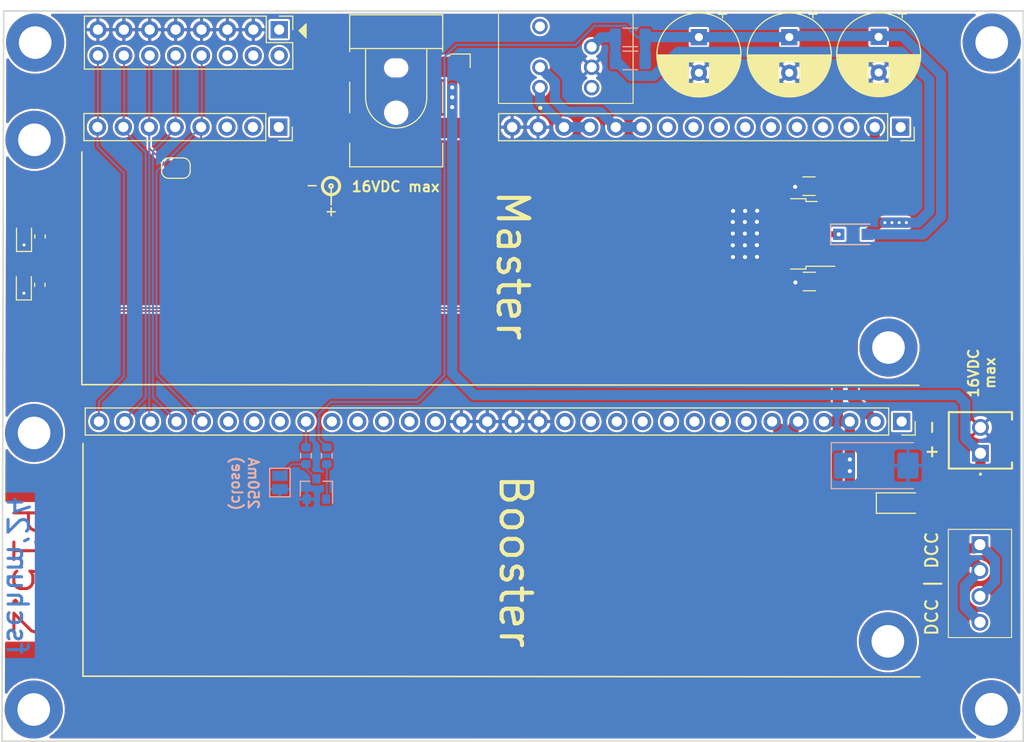
<source format=kicad_pcb>
(kicad_pcb (version 20171130) (host pcbnew "(5.1.12)-1")
  (title_block (title "RTB P15 Module") (date 2024-08-13) (rev 2) (company "Frank Schumacher") (comment 1 "Base Board") (comment 4 "Licensed under the Apache License, Version 2"))
  (layers (0 F.Cu signal) (31 B.Cu signal) (34 B.Paste user hide) (35 F.Paste user hide) (36 B.SilkS user) (37 F.SilkS user) (38 B.Mask user) (39 F.Mask user hide) (44 Edge.Cuts user))
  (net 0 "")
  (net 1 GND)
  (net 2 DCC-1b')
  (net 3 DCC-1a')
  (net 4 Vsrc)
  (net 5 Vbst.0)
  (net 6 BUS.up)
  (net 7 ~BUS.bsi)
  (net 8 BUS.dn)
  (net 9 ~BUS.rts)
  (net 10 ~BUS.bso)
  (net 11 Vrail)
  (net 12 "Net-(D14-Pad2)")
  (net 13 "Net-(D25-Pad2)")
  (net 14 "Net-(C2-Pad1)")
  (net 15 "Net-(J7-Pad13)")
  (net 16 "Net-(J7-Pad11)")
  (net 17 "Net-(D2-Pad2)")
  (net 18 iSET)
  (net 19 "Net-(Q1-Pad1)")
  (net 20 "Net-(JP2-Pad1)")
  (module Jumper:SolderJumper-2_P1.3mm_Open_Pad1.0x1.5mm (layer B.Cu) (at 77.2922 -24.0538 270)
    (fp_text reference JP2 hide)
    (fp_text value "250mA fix")
    (pad 1 smd rect (at -0.65 0 270) (size 1 1.5) (layers B.Cu B.Mask) (net 20 "Net-(JP2-Pad1)"))
    (pad 2 smd rect (at 0.65 0 270) (size 1 1.5) (layers B.Cu B.Mask) (net 1 GND))
  )
  (module Resistor_SMD:R_0603_1608Metric (layer B.Cu) (at 79.8449 -26.6827 270)
    (fp_text reference R4 hide)
    (fp_text value 2.7k)
    (pad 2 smd roundrect (at 0.825 0 270) (size 0.8 0.95) (layers B.Cu B.Paste B.Mask) (net 20 "Net-(JP2-Pad1)"))
    (pad 1 smd roundrect (at -0.825 0 270) (size 0.8 0.95) (layers B.Cu B.Paste B.Mask) (net 18 iSET))
  )
  (module Resistor_SMD:R_0603_1608Metric (layer B.Cu) (at 81.8896 -26.6827 90)
    (fp_text reference R3 hide)
    (fp_text value 6.8k)
    (pad 2 smd roundrect (at 0.825 0 90) (size 0.8 0.95) (layers B.Cu B.Paste B.Mask) (net 14 "Net-(C2-Pad1)"))
    (pad 1 smd roundrect (at -0.825 0 90) (size 0.8 0.95) (layers B.Cu B.Paste B.Mask) (net 19 "Net-(Q1-Pad1)"))
  )
  (module Package_TO_SOT_SMD:SOT-23 (layer B.Cu) (at 80.8736 -23.4188 90)
    (fp_text reference Q1 hide)
    (fp_text value BC847)
    (pad 3 smd rect (at 1 0 90) (size 0.9 0.8) (layers B.Cu B.Paste B.Mask) (net 20 "Net-(JP2-Pad1)"))
    (pad 2 smd rect (at -1 -0.95 90) (size 0.9 0.8) (layers B.Cu B.Paste B.Mask) (net 1 GND))
    (pad 1 smd rect (at -1 0.95 90) (size 0.9 0.8) (layers B.Cu B.Paste B.Mask) (net 19 "Net-(Q1-Pad1)"))
  )
  (module Resistor_SMD:R_1206_3216Metric (layer B.Cu) (at 111.6584 -65.4812 180)
    (fp_text reference R2 hide)
    (fp_text value 68)
    (pad 2 smd roundrect (at 1.4625 0 180) (size 1.125 1.75) (layers B.Cu B.Paste B.Mask) (roundrect_rratio 0.2222213333333333) (net 17 "Net-(D2-Pad2)"))
    (pad 1 smd roundrect (at -1.4625 0 180) (size 1.125 1.75) (layers B.Cu B.Paste B.Mask) (roundrect_rratio 0.2222213333333333) (net 14 "Net-(C2-Pad1)"))
  )
  (module Capacitor_THT:CP_Radial_D8.0mm_P3.50mm (layer F.Cu) (at 127.254 -67.7672 270)
    (fp_text reference C3 hide)
    (fp_text value "3x 680u/20V")
    (pad 2 thru_hole circle (at 3.5 0 270) (size 1.6 1.6) (drill 0.8) (layers *.Cu *.Mask) (net 1 GND))
    (pad 1 thru_hole rect (at 0 0 270) (size 1.6 1.6) (drill 0.8) (layers *.Cu *.Mask) (net 14 "Net-(C2-Pad1)"))
  )
  (module _Samac:1725656 (layer F.Cu) (at 145.9992 -26.924 90)
    (fp_text reference J1 hide)
    (fp_text value Screw_Terminal_01x02 hide)
    (pad 2 thru_hole circle (at 2.54 0 90) (size 1.65 1.65) (drill 1.1) (layers *.Cu *.Mask) (net 1 GND))
    (pad 1 thru_hole rect (at 0 0 90) (size 1.65 1.65) (drill 1.1) (layers *.Cu *.Mask) (net 4 Vsrc))
  )
  (module Capacitor_Tantalum_SMD:CP_EIA-7343-43_Kemet-X (layer B.Cu) (at 135.78078 -25.70988)
    (fp_text reference C15 hide)
    (fp_text value 47u/35V)
    (pad 2 smd roundrect (at 3.1125 0) (size 2.075 2.55) (layers B.Cu B.Paste B.Mask) (roundrect_rratio 0.12) (net 1 GND))
    (pad 1 smd roundrect (at -3.1125 0) (size 2.075 2.55) (layers B.Cu B.Paste B.Mask) (roundrect_rratio 0.1204819277108434) (net 5 Vbst.0))
  )
  (module Capacitor_THT:CP_Radial_D8.0mm_P3.50mm (layer F.Cu) (at 118.3894 -67.7672 270)
    (fp_text reference C2 hide)
    (fp_text value 680u/20V)
    (pad 2 thru_hole circle (at 3.5 0 270) (size 1.6 1.6) (drill 0.8) (layers *.Cu *.Mask) (net 1 GND))
    (pad 1 thru_hole rect (at 0 0 270) (size 1.6 1.6) (drill 0.8) (layers *.Cu *.Mask) (net 14 "Net-(C2-Pad1)"))
  )
  (module Capacitor_THT:CP_Radial_D8.0mm_P3.50mm (layer F.Cu) (at 136.017 -67.7926 270)
    (fp_text reference C4 hide)
    (fp_text value 680u/20V)
    (pad 2 thru_hole circle (at 3.5 0 270) (size 1.6 1.6) (drill 0.8) (layers *.Cu *.Mask) (net 1 GND))
    (pad 1 thru_hole rect (at 0 0 270) (size 1.6 1.6) (drill 0.8) (layers *.Cu *.Mask) (net 14 "Net-(C2-Pad1)"))
  )
  (module Connector_BarrelJack:BarrelJack_CLIFF_FC681465S_SMT_Horizontal (layer F.Cu) (at 88.6968 -61.849 270)
    (fp_text reference J2 hide)
    (fp_text value Barrel_Jack)
    (pad 3 smd rect (at -3 5.5) (size 3 2) (layers F.Cu F.Paste F.Mask))
    (pad 2 smd rect (at 3 5.5) (size 3 2) (layers F.Cu F.Paste F.Mask) (net 1 GND))
    (pad 1 smd rect (at 3 -5.5) (size 3 2) (layers F.Cu F.Paste F.Mask) (net 4 Vsrc))
    (pad 1 smd rect (at -3 -5.5) (size 3 2) (layers F.Cu F.Paste F.Mask) (net 4 Vsrc))
    (pad "" np_thru_hole circle (at 1.5 0) (size 2 2) (drill 2) (layers *.Cu *.Mask))
    (pad "" np_thru_hole oval (at -2.9 0) (size 2 1.5) (drill oval 2 1.5) (layers *.Cu *.Mask))
  )
  (module Resistor_SMD:R_1206_3216Metric (layer B.Cu) (at 111.6584 -67.7418 180)
    (fp_text reference R1 hide)
    (fp_text value 68)
    (pad 2 smd roundrect (at 1.4625 0 180) (size 1.125 1.75) (layers B.Cu B.Paste B.Mask) (roundrect_rratio 0.2222213333333333) (net 17 "Net-(D2-Pad2)"))
    (pad 1 smd roundrect (at -1.4625 0 180) (size 1.125 1.75) (layers B.Cu B.Paste B.Mask) (roundrect_rratio 0.2222213333333333) (net 14 "Net-(C2-Pad1)"))
  )
  (module Diode_SMD:D_SOD-123F (layer B.Cu) (at 133.5024 -48.4124)
    (fp_text reference D3 hide)
    (fp_text value SS34F)
    (pad 2 smd rect (at 1.4 0) (size 1.1 1.1) (layers B.Cu B.Paste B.Mask) (net 14 "Net-(C2-Pad1)"))
    (pad 1 smd rect (at -1.4 0) (size 1.1 1.1) (layers B.Cu B.Paste B.Mask) (net 5 Vbst.0))
  )
  (module Diode_SMD:D_SOD-123F (layer F.Cu) (at 133.5024 -48.4124)
    (fp_text reference D2)
    (fp_text value SS34F)
    (pad 2 smd rect (at 1.4 0) (size 1.1 1.1) (layers F.Cu F.Paste F.Mask) (net 17 "Net-(D2-Pad2)"))
    (pad 1 smd rect (at -1.4 0) (size 1.1 1.1) (layers F.Cu F.Paste F.Mask) (net 5 Vbst.0))
  )
  (module _Samac:TDN52412WI (layer F.Cu) (at 105.3338 -65.8114)
    (fp_text reference PS1 hide)
    (fp_text value TDN_5-0912WI hide)
    (pad 7 thru_hole circle (at 2.535 -1) (size 1.524 1.524) (drill 0.98) (layers *.Cu *.Mask) (net 17 "Net-(D2-Pad2)"))
    (pad 6 thru_hole circle (at 2.535 1) (size 1.524 1.524) (drill 0.98) (layers *.Cu *.Mask) (net 1 GND))
    (pad 5 thru_hole circle (at 2.535 3) (size 1.524 1.524) (drill 0.98) (layers *.Cu *.Mask))
    (pad 4 thru_hole circle (at -2.535 -3) (size 1.524 1.524) (drill 0.98) (layers *.Cu *.Mask))
    (pad 2 thru_hole circle (at -2.535 1) (size 1.524 1.524) (drill 0.98) (layers *.Cu *.Mask) (net 16 "Net-(J7-Pad11)"))
    (pad 1 thru_hole circle (at -2.535 3) (size 1.524 1.524) (drill 0.98) (layers *.Cu *.Mask) (net 15 "Net-(J7-Pad13)"))
  )
  (module Jumper:SolderJumper-2_P1.3mm_Bridged_RoundedPad1.0x1.5mm (layer F.Cu) (at 67.08902 -54.91226)
    (fp_text reference JP1 hide)
    (fp_text value Jumper_2_Bridged)
    (fp_poly (pts (xy 0.25 -0.3) (xy -0.25 -0.3) (xy -0.25 0.3) (xy 0.25 0.3)) (layer F.Cu) (width 0))
    (pad 1 smd custom (at -0.65 0) (size 1 0.5) (layers F.Cu F.Mask) (net 10 ~BUS.bso) (options (clearance outline) (anchor rect)) (primitives (gr_circle (center 0 0.25) (end 0.5 0.25) (width 0)) (gr_circle (center 0 -0.25) (end 0.5 -0.25) (width 0)) (gr_poly (pts (xy 0 -0.75) (xy 0.5 -0.75) (xy 0.5 0.75) (xy 0 0.75)) (width 0))))
    (pad 2 smd custom (at 0.65 0) (size 1 0.5) (layers F.Cu F.Mask) (net 7 ~BUS.bsi) (options (clearance outline) (anchor rect)) (primitives (gr_circle (center 0 0.25) (end 0.5 0.25) (width 0)) (gr_circle (center 0 -0.25) (end 0.5 -0.25) (width 0)) (gr_poly (pts (xy 0 -0.75) (xy -0.5 -0.75) (xy -0.5 0.75) (xy 0 0.75)) (width 0))))
  )
  (module MountingHole:MountingHole_3.2mm_M3_ISO7380_Pad (layer F.Cu) (at 147.066 -1.8034)
    (fp_text reference H3 hide)
    (fp_text value MountingHole)
    (pad 1 thru_hole circle (at 0 0) (size 5.7 5.7) (drill 3.2) (layers *.Cu *.Mask))
  )
  (module Diode_SMD:D_SOD-123F (layer F.Cu) (at 137.99058 -22.03704)
    (fp_text reference D1 hide)
    (fp_text value SS34F)
    (pad 1 smd rect (at -1.4 0) (size 1.1 1.1) (layers F.Cu F.Paste F.Mask) (net 5 Vbst.0))
    (pad 2 smd rect (at 1.4 0) (size 1.1 1.1) (layers F.Cu F.Paste F.Mask) (net 4 Vsrc))
  )
  (module Capacitor_SMD:C_1206_3216Metric (layer F.Cu) (at 129.17932 -53.13934 180)
    (fp_text reference C26 hide)
    (fp_text value 22u/16V)
    (pad 2 smd roundrect (at 1.4 0 180) (size 1.25 1.75) (layers F.Cu F.Mask) (roundrect_rratio 0.2) (net 1 GND))
    (pad 1 smd roundrect (at -1.4 0 180) (size 1.25 1.75) (layers F.Cu F.Paste F.Mask) (roundrect_rratio 0.2) (net 11 Vrail))
  )
  (module _Samac:1725672 (layer F.Cu) (at 145.95094 -17.9578 270)
    (fp_text reference J6 hide)
    (fp_text value Screw_Terminal_01x04 hide)
    (pad 4 thru_hole circle (at 7.62 0 270) (size 1.65 1.65) (drill 1.1) (layers *.Cu *.Mask) (net 2 DCC-1b'))
    (pad 3 thru_hole circle (at 5.08 0 270) (size 1.65 1.65) (drill 1.1) (layers *.Cu *.Mask) (net 3 DCC-1a'))
    (pad 2 thru_hole circle (at 2.54 0 270) (size 1.65 1.65) (drill 1.1) (layers *.Cu *.Mask) (net 2 DCC-1b'))
    (pad 1 thru_hole rect (at 0 0 270) (size 1.65 1.65) (drill 1.1) (layers *.Cu *.Mask) (net 3 DCC-1a'))
  )
  (module MountingHole:MountingHole_3.2mm_M3_ISO7380_Pad (layer F.Cu) (at 53.1495 -1.778)
    (fp_text reference H2 hide)
    (fp_text value MountingHole)
    (pad 1 thru_hole circle (at 0 0) (size 5.7 5.7) (drill 3.2) (layers *.Cu *.Mask))
  )
  (module Package_TO_SOT_SMD:TO-252-2 (layer F.Cu) (at 126.41268 -48.45812 180)
    (fp_text reference U5 hide)
    (fp_text value L78M12)
    (pad 2 smd rect (at 2.1 0 180) (size 6.4 5.8) (layers F.Cu F.Mask) (net 1 GND))
    (pad 3 smd rect (at -4.2 2.28 180) (size 2.2 1.2) (layers F.Cu F.Paste F.Mask) (net 11 Vrail))
    (pad 1 smd rect (at -4.2 -2.28 180) (size 2.2 1.2) (layers F.Cu F.Paste F.Mask) (net 5 Vbst.0))
  )
  (module Resistor_SMD:R_0603_1608Metric (layer F.Cu) (at 53.76418 -48.20158 270)
    (fp_text reference R90 hide)
    (fp_text value 10K)
    (pad 2 smd roundrect (at 0.7875 0 270) (size 0.875 0.95) (layers F.Cu F.Paste F.Mask) (net 11 Vrail))
    (pad 1 smd roundrect (at -0.7875 0 270) (size 0.875 0.95) (layers F.Cu F.Paste F.Mask) (net 13 "Net-(D25-Pad2)"))
  )
  (module LED_SMD:LED_0603_1608Metric (layer F.Cu) (at 52.197 -48.21946 90)
    (fp_text reference D25 hide)
    (fp_text value "LED(ylw)")
    (pad 2 smd roundrect (at 0.7875 0 90) (size 0.875 0.95) (layers F.Cu F.Paste F.Mask) (net 13 "Net-(D25-Pad2)"))
    (pad 1 smd roundrect (at -0.7875 0 90) (size 0.875 0.95) (layers F.Cu F.Paste F.Mask) (net 1 GND))
  )
  (module Resistor_SMD:R_0603_1608Metric (layer F.Cu) (at 53.7464 -43.45432 270)
    (fp_text reference R89 hide)
    (fp_text value 10K)
    (pad 2 smd roundrect (at 0.7875 0 270) (size 0.875 0.95) (layers F.Cu F.Paste F.Mask) (net 5 Vbst.0))
    (pad 1 smd roundrect (at -0.7875 0 270) (size 0.875 0.95) (layers F.Cu F.Paste F.Mask) (net 12 "Net-(D14-Pad2)"))
  )
  (module LED_SMD:LED_0603_1608Metric (layer F.Cu) (at 52.17668 -43.45686 90)
    (fp_text reference D14 hide)
    (fp_text value "LED(ylw)")
    (pad 2 smd roundrect (at 0.7875 0 90) (size 0.875 0.95) (layers F.Cu F.Paste F.Mask) (net 12 "Net-(D14-Pad2)"))
    (pad 1 smd roundrect (at -0.7875 0 90) (size 0.875 0.95) (layers F.Cu F.Paste F.Mask) (net 1 GND))
  )
  (module Connector_PinHeader_2.54mm:PinHeader_2x08_P2.54mm_Vertical (layer F.Cu) (at 77.225 -68.5 270)
    (fp_text reference J21 hide)
    (fp_text value Conn_01x16)
    (pad 16 thru_hole oval (at 2.54 17.78 270) (size 1.7 1.7) (drill 1) (layers *.Cu *.Mask) (net 8 BUS.dn))
    (pad 15 thru_hole oval (at 0 17.78 270) (size 1.7 1.7) (drill 1) (layers *.Cu *.Mask) (net 1 GND))
    (pad 14 thru_hole oval (at 2.54 15.24 270) (size 1.7 1.7) (drill 1) (layers *.Cu *.Mask) (net 6 BUS.up))
    (pad 13 thru_hole oval (at 0 15.24 270) (size 1.7 1.7) (drill 1) (layers *.Cu *.Mask) (net 1 GND))
    (pad 12 thru_hole oval (at 2.54 12.7 270) (size 1.7 1.7) (drill 1) (layers *.Cu *.Mask) (net 10 ~BUS.bso))
    (pad 11 thru_hole oval (at 0 12.7 270) (size 1.7 1.7) (drill 1) (layers *.Cu *.Mask) (net 1 GND))
    (pad 10 thru_hole oval (at 2.54 10.16 270) (size 1.7 1.7) (drill 1) (layers *.Cu *.Mask) (net 9 ~BUS.rts))
    (pad 9 thru_hole oval (at 0 10.16 270) (size 1.7 1.7) (drill 1) (layers *.Cu *.Mask) (net 1 GND))
    (pad 8 thru_hole oval (at 2.54 7.62 270) (size 1.7 1.7) (drill 1) (layers *.Cu *.Mask) (net 7 ~BUS.bsi))
    (pad 7 thru_hole oval (at 0 7.62 270) (size 1.7 1.7) (drill 1) (layers *.Cu *.Mask) (net 1 GND))
    (pad 6 thru_hole oval (at 2.54 5.08 270) (size 1.7 1.7) (drill 1) (layers *.Cu *.Mask))
    (pad 5 thru_hole oval (at 0 5.08 270) (size 1.7 1.7) (drill 1) (layers *.Cu *.Mask) (net 1 GND))
    (pad 4 thru_hole oval (at 2.54 2.54 270) (size 1.7 1.7) (drill 1) (layers *.Cu *.Mask))
    (pad 3 thru_hole oval (at 0 2.54 270) (size 1.7 1.7) (drill 1) (layers *.Cu *.Mask) (net 1 GND))
    (pad 2 thru_hole oval (at 2.54 0 270) (size 1.7 1.7) (drill 1) (layers *.Cu *.Mask))
    (pad 1 thru_hole rect (at 0 0 270) (size 1.7 1.7) (drill 1) (layers *.Cu *.Mask))
  )
  (module Capacitor_SMD:C_1206_3216Metric (layer F.Cu) (at 129.21996 -43.78198 180)
    (fp_text reference C27 hide)
    (fp_text value 2.2u/35V)
    (pad 2 smd roundrect (at 1.4 0 180) (size 1.25 1.75) (layers F.Cu F.Paste F.Mask) (roundrect_rratio 0.2) (net 1 GND))
    (pad 1 smd roundrect (at -1.4 0 180) (size 1.25 1.75) (layers F.Cu F.Paste F.Mask) (roundrect_rratio 0.2) (net 5 Vbst.0))
  )
  (module MountingHole:MountingHole_3.2mm_M3_ISO7380_Pad (layer F.Cu) (at 136.98 -37.3)
    (fp_text reference H8 hide)
    (fp_text value MountingHole)
    (pad 1 thru_hole circle (at 0 0) (size 5.7 5.7) (drill 3.2) (layers *.Cu *.Mask))
  )
  (module Connector_PinSocket_2.54mm:PinSocket_1x16_P2.54mm_Vertical (layer F.Cu) (at 138.17 -58.93 270)
    (fp_text reference J7 hide)
    (fp_text value "Slot: Master")
    (pad 16 thru_hole oval (at 0 38.1 270) (size 1.7 1.7) (drill 1) (layers *.Cu *.Mask) (net 1 GND))
    (pad 15 thru_hole oval (at 0 35.56 270) (size 1.7 1.7) (drill 1) (layers *.Cu *.Mask) (net 1 GND))
    (pad 14 thru_hole oval (at 0 33.02 270) (size 1.7 1.7) (drill 1) (layers *.Cu *.Mask) (net 15 "Net-(J7-Pad13)"))
    (pad 13 thru_hole oval (at 0 30.48 270) (size 1.7 1.7) (drill 1) (layers *.Cu *.Mask) (net 15 "Net-(J7-Pad13)"))
    (pad 12 thru_hole oval (at 0 27.94 270) (size 1.7 1.7) (drill 1) (layers *.Cu *.Mask) (net 16 "Net-(J7-Pad11)"))
    (pad 11 thru_hole oval (at 0 25.4 270) (size 1.7 1.7) (drill 1) (layers *.Cu *.Mask) (net 16 "Net-(J7-Pad11)"))
    (pad 10 thru_hole oval (at 0 22.86 270) (size 1.7 1.7) (drill 1) (layers *.Cu *.Mask))
    (pad 9 thru_hole oval (at 0 20.32 270) (size 1.7 1.7) (drill 1) (layers *.Cu *.Mask))
    (pad 8 thru_hole oval (at 0 17.78 270) (size 1.7 1.7) (drill 1) (layers *.Cu *.Mask))
    (pad 7 thru_hole oval (at 0 15.24 270) (size 1.7 1.7) (drill 1) (layers *.Cu *.Mask))
    (pad 6 thru_hole oval (at 0 12.7 270) (size 1.7 1.7) (drill 1) (layers *.Cu *.Mask))
    (pad 5 thru_hole oval (at 0 10.16 270) (size 1.7 1.7) (drill 1) (layers *.Cu *.Mask))
    (pad 4 thru_hole oval (at 0 7.62 270) (size 1.7 1.7) (drill 1) (layers *.Cu *.Mask))
    (pad 3 thru_hole oval (at 0 5.08 270) (size 1.7 1.7) (drill 1) (layers *.Cu *.Mask))
    (pad 2 thru_hole oval (at 0 2.54 270) (size 1.7 1.7) (drill 1) (layers *.Cu *.Mask) (net 11 Vrail))
    (pad 1 thru_hole rect (at 0 0 270) (size 1.7 1.7) (drill 1) (layers *.Cu *.Mask))
  )
  (module MountingHole:MountingHole_3.2mm_M3_ISO7380_Pad (layer F.Cu) (at 53.22 -57.69)
    (fp_text reference H9 hide)
    (fp_text value MountingHole)
    (pad 1 thru_hole circle (at 0 0) (size 5.7 5.7) (drill 3.2) (layers *.Cu *.Mask))
  )
  (module Connector_PinSocket_2.54mm:PinSocket_1x08_P2.54mm_Vertical (layer F.Cu) (at 77.18 -58.94 270)
    (fp_text reference J4 hide)
    (fp_text value Slot-a1)
    (pad 8 thru_hole oval (at 0 17.78 270) (size 1.7 1.7) (drill 1) (layers *.Cu *.Mask) (net 8 BUS.dn))
    (pad 7 thru_hole oval (at 0 15.24 270) (size 1.7 1.7) (drill 1) (layers *.Cu *.Mask) (net 6 BUS.up))
    (pad 6 thru_hole oval (at 0 12.7 270) (size 1.7 1.7) (drill 1) (layers *.Cu *.Mask) (net 10 ~BUS.bso))
    (pad 5 thru_hole oval (at 0 10.16 270) (size 1.7 1.7) (drill 1) (layers *.Cu *.Mask) (net 9 ~BUS.rts))
    (pad 4 thru_hole oval (at 0 7.62 270) (size 1.7 1.7) (drill 1) (layers *.Cu *.Mask) (net 7 ~BUS.bsi))
    (pad 3 thru_hole oval (at 0 5.08 270) (size 1.7 1.7) (drill 1) (layers *.Cu *.Mask))
    (pad 2 thru_hole oval (at 0 2.54 270) (size 1.7 1.7) (drill 1) (layers *.Cu *.Mask))
    (pad 1 thru_hole rect (at 0 0 270) (size 1.7 1.7) (drill 1) (layers *.Cu *.Mask))
  )
  (module MountingHole:MountingHole_3.2mm_M3_ISO7380_Pad (layer F.Cu) (at 53.29 -67.23)
    (fp_text reference H5 hide)
    (fp_text value MountingHole)
    (pad 1 thru_hole circle (at 0 0) (size 5.7 5.7) (drill 3.2) (layers *.Cu *.Mask))
  )
  (module MountingHole:MountingHole_3.2mm_M3_ISO7380_Pad (layer F.Cu) (at 147.10664 -67.24142)
    (fp_text reference H1 hide)
    (fp_text value MountingHole)
    (pad 1 thru_hole circle (at 0 0) (size 5.7 5.7) (drill 3.2) (layers *.Cu *.Mask))
  )
  (module Connector_PinSocket_2.54mm:PinSocket_1x32_P2.54mm_Vertical (layer F.Cu) (at 138.27 -30.04 270)
    (fp_text reference J3 hide)
    (fp_text value "Slot: Booster")
    (pad 1 thru_hole rect (at 0 0 270) (size 1.7 1.7) (drill 1) (layers *.Cu *.Mask))
    (pad 2 thru_hole oval (at 0 2.54 270) (size 1.7 1.7) (drill 1) (layers *.Cu *.Mask) (net 11 Vrail))
    (pad 3 thru_hole oval (at 0 5.08 270) (size 1.7 1.7) (drill 1) (layers *.Cu *.Mask) (net 5 Vbst.0))
    (pad 4 thru_hole oval (at 0 7.62 270) (size 1.7 1.7) (drill 1) (layers *.Cu *.Mask) (net 5 Vbst.0))
    (pad 5 thru_hole oval (at 0 10.16 270) (size 1.7 1.7) (drill 1) (layers *.Cu *.Mask) (net 3 DCC-1a'))
    (pad 6 thru_hole oval (at 0 12.7 270) (size 1.7 1.7) (drill 1) (layers *.Cu *.Mask) (net 2 DCC-1b'))
    (pad 7 thru_hole oval (at 0 15.24 270) (size 1.7 1.7) (drill 1) (layers *.Cu *.Mask))
    (pad 8 thru_hole oval (at 0 17.78 270) (size 1.7 1.7) (drill 1) (layers *.Cu *.Mask))
    (pad 9 thru_hole oval (at 0 20.32 270) (size 1.7 1.7) (drill 1) (layers *.Cu *.Mask))
    (pad 10 thru_hole oval (at 0 22.86 270) (size 1.7 1.7) (drill 1) (layers *.Cu *.Mask))
    (pad 11 thru_hole oval (at 0 25.4 270) (size 1.7 1.7) (drill 1) (layers *.Cu *.Mask))
    (pad 12 thru_hole oval (at 0 27.94 270) (size 1.7 1.7) (drill 1) (layers *.Cu *.Mask))
    (pad 13 thru_hole oval (at 0 30.48 270) (size 1.7 1.7) (drill 1) (layers *.Cu *.Mask))
    (pad 14 thru_hole oval (at 0 33.02 270) (size 1.7 1.7) (drill 1) (layers *.Cu *.Mask))
    (pad 15 thru_hole oval (at 0 35.56 270) (size 1.7 1.7) (drill 1) (layers *.Cu *.Mask) (net 1 GND))
    (pad 16 thru_hole oval (at 0 38.1 270) (size 1.7 1.7) (drill 1) (layers *.Cu *.Mask) (net 1 GND))
    (pad 17 thru_hole oval (at 0 40.64 270) (size 1.7 1.7) (drill 1) (layers *.Cu *.Mask) (net 1 GND))
    (pad 18 thru_hole oval (at 0 43.18 270) (size 1.7 1.7) (drill 1) (layers *.Cu *.Mask) (net 1 GND))
    (pad 19 thru_hole oval (at 0 45.72 270) (size 1.7 1.7) (drill 1) (layers *.Cu *.Mask))
    (pad 20 thru_hole oval (at 0 48.26 270) (size 1.7 1.7) (drill 1) (layers *.Cu *.Mask))
    (pad 21 thru_hole oval (at 0 50.8 270) (size 1.7 1.7) (drill 1) (layers *.Cu *.Mask))
    (pad 22 thru_hole oval (at 0 53.34 270) (size 1.7 1.7) (drill 1) (layers *.Cu *.Mask))
    (pad 23 thru_hole oval (at 0 55.88 270) (size 1.7 1.7) (drill 1) (layers *.Cu *.Mask))
    (pad 24 thru_hole oval (at 0 58.42 270) (size 1.7 1.7) (drill 1) (layers *.Cu *.Mask) (net 18 iSET))
    (pad 25 thru_hole oval (at 0 60.96 270) (size 1.7 1.7) (drill 1) (layers *.Cu *.Mask))
    (pad 26 thru_hole oval (at 0 63.5 270) (size 1.7 1.7) (drill 1) (layers *.Cu *.Mask))
    (pad 27 thru_hole oval (at 0 66.04 270) (size 1.7 1.7) (drill 1) (layers *.Cu *.Mask))
    (pad 28 thru_hole oval (at 0 68.58 270) (size 1.7 1.7) (drill 1) (layers *.Cu *.Mask) (net 7 ~BUS.bsi))
    (pad 29 thru_hole oval (at 0 71.12 270) (size 1.7 1.7) (drill 1) (layers *.Cu *.Mask) (net 9 ~BUS.rts))
    (pad 30 thru_hole oval (at 0 73.66 270) (size 1.7 1.7) (drill 1) (layers *.Cu *.Mask) (net 10 ~BUS.bso))
    (pad 31 thru_hole oval (at 0 76.2 270) (size 1.7 1.7) (drill 1) (layers *.Cu *.Mask) (net 6 BUS.up))
    (pad 32 thru_hole oval (at 0 78.74 270) (size 1.7 1.7) (drill 1) (layers *.Cu *.Mask) (net 8 BUS.dn))
  )
  (module MountingHole:MountingHole_3.2mm_M3_ISO7380_Pad (layer F.Cu) (at 53.18 -28.92)
    (fp_text reference H6 hide)
    (fp_text value MountingHole)
    (pad 1 thru_hole circle (at 0 0) (size 5.7 5.7) (drill 3.2) (layers *.Cu *.Mask))
  )
  (module MountingHole:MountingHole_3.2mm_M3_ISO7380_Pad (layer F.Cu) (at 136.92 -8.47)
    (fp_text reference H4 hide)
    (fp_text value MountingHole)
    (pad 1 thru_hole circle (at 0 0) (size 5.7 5.7) (drill 3.2) (layers *.Cu *.Mask))
  )
  (gr_text "250mA\n(close)" (at 73.8759 -23.9649 -90) (layer B.SilkS) (effects (font (size 1 1) (thickness 0.2)) (justify mirror)))
  (gr_text - (at 80.4545 -53.2638) (layer F.SilkS) (effects (font (size 1 1))))
  (gr_line (start 82.3214 -52.9717) (end 82.3214 -51.3207) (layer F.SilkS) (width 0.15))
  (gr_text + (at 82.3214 -50.6984) (layer F.SilkS) (effects (font (size 1 1))))
  (gr_circle (center 82.3087 -53.1495) (end 82.488305 -53.1495) (layer F.SilkS) (width 0.2))
  (gr_circle (center 82.3087 -53.1495) (end 83.154181 -53.1495) (layer F.SilkS) (width 0.3))
  (gr_text "- +" (at 141.351 -28.2702 270) (layer F.SilkS) (effects (font (size 1.2 1.2) (thickness 0.2))))
  (gr_text "16VDC\nmax" (at 146.1262 -34.798 90) (layer F.SilkS) (effects (font (size 1 1) (thickness 0.2))))
  (gr_text "16VDC max" (at 88.646 -53.086) (layer F.SilkS) (effects (font (size 1 1) (thickness 0.2))))
  (gr_line (start 57.86882 -33.66262) (end 139.95908 -33.59658) (layer F.SilkS) (width 0.15))
  (gr_line (start 57.87136 -56.49976) (end 57.86882 -33.66262) (layer F.SilkS) (width 0.15))
  (gr_line (start 57.97804 -5.04698) (end 140.0683 -4.98094) (layer F.SilkS) (width 0.15))
  (gr_line (start 57.98058 -27.88412) (end 57.97804 -5.04698) (layer F.SilkS) (width 0.15))
  (gr_poly (pts (xy 79.8703 -69.08292) (xy 79.8703 -67.68338) (xy 79.15402 -68.39966)) (layer F.SilkS) (width 0.1))
  (gr_text Master (at 100.1141 -45.34916 -90) (layer F.SilkS) (effects (font (size 3 3) (thickness 0.4))))
  (gr_text "DCC | DCC" (at 141.224 -14.1224 90) (layer F.SilkS) (effects (font (size 1.2 1.2) (thickness 0.2))))
  (gr_text fschum'24 (at 51.5366 -14.94536 -90) (layer B.Cu) (effects (font (size 2 2) (thickness 0.3)) (justify mirror)))
  (gr_text P15.2 (at 52.57292 -15.2908 -90) (layer F.Cu) (effects (font (size 3 3) (thickness 0.3))))
  (gr_text Booster (at 100.40366 -16.30934 -90) (layer F.SilkS) (effects (font (size 3 3) (thickness 0.4))))
  (gr_line (start 150.1902 1.34264) (end 150.19782 -70.33006) (layer Edge.Cuts) (width 0.15))
  (gr_line (start 50.2 -70.33) (end 50.038 1.3335) (layer Edge.Cuts) (width 0.15))
  (gr_line (start 50.038 1.3335) (end 150.1902 1.34264) (layer Edge.Cuts) (width 0.15))
  (gr_line (start 150.19782 -70.33006) (end 50.2 -70.33) (layer Edge.Cuts) (width 0.15))
  (via (at 52.19446 -47.371) (size 0.6) (drill 0.3) (layers F.Cu B.Cu) (net 1))
  (via (at 52.1843 -42.63136) (size 0.6) (drill 0.3) (layers F.Cu B.Cu) (net 1))
  (via (at 121.72696 -46.18482) (size 0.8) (drill 0.4) (layers F.Cu B.Cu) (net 1))
  (via (at 121.71426 -47.33798) (size 0.8) (drill 0.4) (layers F.Cu B.Cu) (net 1))
  (via (at 121.71426 -48.4886) (size 0.8) (drill 0.4) (layers F.Cu B.Cu) (net 1))
  (via (at 121.71426 -49.62652) (size 0.8) (drill 0.4) (layers F.Cu B.Cu) (net 1))
  (via (at 121.73966 -50.70856) (size 0.8) (drill 0.4) (layers F.Cu B.Cu) (net 1))
  (via (at 127.85344 -43.69308) (size 0.8) (drill 0.4) (layers F.Cu B.Cu) (net 1))
  (via (at 127.82296 -53.07584) (size 0.8) (drill 0.4) (layers F.Cu B.Cu) (net 1))
  (via (at 122.89536 -47.33798) (size 0.8) (drill 0.4) (layers F.Cu B.Cu) (net 1))
  (via (at 122.89536 -48.4886) (size 0.8) (drill 0.4) (layers F.Cu B.Cu) (net 1))
  (via (at 122.92076 -50.70856) (size 0.8) (drill 0.4) (layers F.Cu B.Cu) (net 1))
  (via (at 122.89536 -49.62652) (size 0.8) (drill 0.4) (layers F.Cu B.Cu) (net 1))
  (via (at 122.90806 -46.18482) (size 0.8) (drill 0.4) (layers F.Cu B.Cu) (net 1))
  (via (at 124.07646 -49.6443) (size 0.8) (drill 0.4) (layers F.Cu B.Cu) (net 1))
  (via (at 124.07646 -47.35576) (size 0.8) (drill 0.4) (layers F.Cu B.Cu) (net 1))
  (via (at 124.07646 -48.50638) (size 0.8) (drill 0.4) (layers F.Cu B.Cu) (net 1))
  (via (at 124.10186 -50.72634) (size 0.8) (drill 0.4) (layers F.Cu B.Cu) (net 1))
  (via (at 124.08916 -46.2026) (size 0.8) (drill 0.4) (layers F.Cu B.Cu) (net 1))
  (segment (start 145.3134 -16.2814) (end 145.95094 -15.64386) (width 1) (layer F.Cu) (net 2))
  (segment (start 128.98374 -16.2814) (end 145.3134 -16.2814) (width 1) (layer F.Cu) (net 2))
  (segment (start 126.17704 -19.0881) (end 128.98374 -16.2814) (width 1) (layer F.Cu) (net 2))
  (segment (start 126.17704 -29.43296) (end 126.17704 -19.0881) (width 1) (layer F.Cu) (net 2))
  (segment (start 125.57 -30.04) (end 126.17704 -29.43296) (width 1) (layer F.Cu) (net 2))
  (segment (start 144.475939 -11.812801) (end 145.95094 -10.3378) (width 1) (layer B.Cu) (net 2))
  (segment (start 144.475939 -13.942799) (end 144.475939 -11.812801) (width 1) (layer B.Cu) (net 2))
  (segment (start 145.95094 -15.4178) (end 144.475939 -13.942799) (width 1) (layer B.Cu) (net 2))
  (segment (start 145.35912 -17.59204) (end 145.95094 -18.18386) (width 1) (layer F.Cu) (net 3))
  (segment (start 129.80416 -17.59204) (end 145.35912 -17.59204) (width 1) (layer F.Cu) (net 3))
  (segment (start 127.66548 -19.73072) (end 129.80416 -17.59204) (width 1) (layer F.Cu) (net 3))
  (segment (start 127.66548 -29.59548) (end 127.66548 -19.73072) (width 1) (layer F.Cu) (net 3))
  (segment (start 128.11 -30.04) (end 127.66548 -29.59548) (width 1) (layer F.Cu) (net 3))
  (segment (start 147.425941 -14.352801) (end 145.95094 -12.8778) (width 1) (layer B.Cu) (net 3))
  (segment (start 147.425941 -16.482799) (end 147.425941 -14.352801) (width 1) (layer B.Cu) (net 3))
  (segment (start 145.95094 -17.9578) (end 147.425941 -16.482799) (width 1) (layer B.Cu) (net 3))
  (segment (start 94.1968 -64.849) (end 94.1968 -62.8278) (width 1) (layer F.Cu) (net 4))
  (segment (start 94.1968 -62.8278) (end 94.1968 -61.8626) (width 1) (layer F.Cu) (net 4))
  (via (at 94.1968 -62.8278) (size 0.8) (drill 0.4) (layers F.Cu B.Cu) (net 4))
  (segment (start 94.1968 -61.8626) (end 94.1968 -60.8974) (width 1) (layer F.Cu) (net 4))
  (via (at 94.1968 -61.8626) (size 0.8) (drill 0.4) (layers F.Cu B.Cu) (net 4))
  (segment (start 94.1968 -60.8974) (end 94.1968 -58.849) (width 1) (layer F.Cu) (net 4))
  (via (at 94.1968 -60.8974) (size 0.8) (drill 0.4) (layers F.Cu B.Cu) (net 4))
  (segment (start 145.9992 -24.1554) (end 145.9992 -26.924) (width 1) (layer F.Cu) (net 4))
  (segment (start 145.10766 -23.26386) (end 145.9992 -24.1554) (width 1) (layer F.Cu) (net 4))
  (segment (start 140.06322 -23.26386) (end 145.10766 -23.26386) (width 1) (layer F.Cu) (net 4))
  (segment (start 139.39058 -22.59122) (end 140.06322 -23.26386) (width 1) (layer F.Cu) (net 4))
  (segment (start 139.39058 -22.03704) (end 139.39058 -22.59122) (width 1) (layer F.Cu) (net 4))
  (segment (start 94.1968 -34.7844) (end 94.1968 -62.8278) (width 1) (layer B.Cu) (net 4))
  (segment (start 96.3422 -32.639) (end 94.1968 -34.7844) (width 1) (layer B.Cu) (net 4))
  (segment (start 144.524199 -28.399001) (end 144.524199 -31.866101) (width 1) (layer B.Cu) (net 4))
  (segment (start 144.524199 -31.866101) (end 143.7513 -32.639) (width 1) (layer B.Cu) (net 4))
  (segment (start 145.9992 -26.924) (end 144.524199 -28.399001) (width 1) (layer B.Cu) (net 4))
  (segment (start 143.7513 -32.639) (end 96.3422 -32.639) (width 1) (layer B.Cu) (net 4))
  (segment (start 133.24 -29.99) (end 133.19 -30.04) (width 1) (layer F.Cu) (net 5))
  (segment (start 130.61268 -43.78926) (end 130.61996 -43.78198) (width 0.5) (layer F.Cu) (net 5))
  (segment (start 130.61268 -46.17812) (end 130.61268 -43.78926) (width 1) (layer F.Cu) (net 5))
  (segment (start 130.65 -30.04) (end 133.19 -30.04) (width 1) (layer F.Cu) (net 5))
  (segment (start 130.71956 -29.97044) (end 130.65 -30.04) (width 1) (layer F.Cu) (net 5))
  (segment (start 132.0165 -42.38544) (end 130.61996 -43.78198) (width 1) (layer F.Cu) (net 5))
  (segment (start 132.0165 -30.10662) (end 132.0165 -42.38544) (width 1) (layer F.Cu) (net 5))
  (segment (start 131.94988 -30.04) (end 132.0165 -30.10662) (width 1) (layer F.Cu) (net 5))
  (segment (start 127.720669 -40.882689) (end 130.61996 -43.78198) (width 0.15) (layer F.Cu) (net 5))
  (segment (start 59.774971 -40.882689) (end 127.720669 -40.882689) (width 0.15) (layer F.Cu) (net 5))
  (segment (start 57.99084 -42.66682) (end 59.774971 -40.882689) (width 0.15) (layer F.Cu) (net 5))
  (segment (start 53.7464 -42.66682) (end 57.99084 -42.66682) (width 0.15) (layer F.Cu) (net 5))
  (segment (start 130.61268 -46.17812) (end 130.61268 -47.93568) (width 0.6) (layer F.Cu) (net 5))
  (segment (start 131.0894 -48.4124) (end 132.1024 -48.4124) (width 0.6) (layer F.Cu) (net 5))
  (segment (start 130.61268 -47.93568) (end 131.0894 -48.4124) (width 0.6) (layer F.Cu) (net 5))
  (segment (start 132.1024 -48.4124) (end 132.1024 -48.4124) (width 0.6) (layer F.Cu) (net 5))
  (via (at 132.1024 -48.4124) (size 0.8) (drill 0.4) (layers F.Cu B.Cu) (net 5))
  (segment (start 133.19 -22.39008) (end 133.19 -25.1765) (width 1) (layer F.Cu) (net 5))
  (segment (start 133.54304 -22.03704) (end 133.19 -22.39008) (width 1) (layer F.Cu) (net 5))
  (segment (start 136.59058 -22.03704) (end 133.54304 -22.03704) (width 1) (layer F.Cu) (net 5))
  (segment (start 133.19 -26.3195) (end 133.19 -30.04) (width 1) (layer F.Cu) (net 5))
  (via (at 133.19 -26.3195) (size 0.8) (drill 0.4) (layers F.Cu B.Cu) (net 5))
  (segment (start 133.19 -25.1765) (end 133.19 -26.3195) (width 1) (layer F.Cu) (net 5))
  (via (at 133.19 -25.1765) (size 0.8) (drill 0.4) (layers F.Cu B.Cu) (net 5))
  (segment (start 62.02 -59.94) (end 62.02 -65.865) (width 0.2) (layer B.Cu) (net 6))
  (segment (start 61.94 -59.86) (end 62.02 -59.94) (width 0.2) (layer B.Cu) (net 6))
  (segment (start 64.13 -56.47) (end 61.94 -58.66) (width 0.2) (layer B.Cu) (net 6))
  (segment (start 62.02 -65.865) (end 61.985 -65.9) (width 0.2) (layer B.Cu) (net 6))
  (segment (start 61.94 -58.66) (end 61.94 -59.86) (width 0.2) (layer B.Cu) (net 6))
  (segment (start 64.13 -32.3546) (end 64.13 -56.47) (width 0.2) (layer B.Cu) (net 6))
  (segment (start 62.07 -30.2946) (end 64.13 -32.3546) (width 0.2) (layer B.Cu) (net 6))
  (segment (start 62.07 -30.04) (end 62.07 -30.2946) (width 0.2) (layer B.Cu) (net 6))
  (segment (start 69.56 -56.73324) (end 67.73902 -54.91226) (width 0.15) (layer F.Cu) (net 7))
  (segment (start 69.56 -58.94) (end 69.56 -56.73324) (width 0.15) (layer F.Cu) (net 7))
  (segment (start 69.63 -65.875) (end 69.605 -65.9) (width 0.2) (layer B.Cu) (net 7))
  (segment (start 69.63 -59.05) (end 69.63 -65.875) (width 0.2) (layer B.Cu) (net 7))
  (segment (start 65.18753 -54.60753) (end 69.63 -59.05) (width 0.2) (layer B.Cu) (net 7))
  (segment (start 65.18753 -34.62177) (end 65.18753 -54.60753) (width 0.2) (layer B.Cu) (net 7))
  (segment (start 69.69 -30.1193) (end 65.18753 -34.62177) (width 0.2) (layer B.Cu) (net 7))
  (segment (start 69.69 -30.04) (end 69.69 -30.1193) (width 0.2) (layer B.Cu) (net 7))
  (segment (start 59.445 -58.985) (end 59.4 -58.94) (width 0.2) (layer B.Cu) (net 8))
  (segment (start 59.445 -65.9) (end 59.445 -58.985) (width 0.2) (layer B.Cu) (net 8))
  (segment (start 59.4 -57.0336) (end 59.4 -58.94) (width 0.2) (layer B.Cu) (net 8))
  (segment (start 61.99 -54.4436) (end 59.4 -57.0336) (width 0.2) (layer B.Cu) (net 8))
  (segment (start 61.99 -34.45) (end 61.99 -54.4436) (width 0.2) (layer B.Cu) (net 8))
  (segment (start 59.53 -31.99) (end 61.99 -34.45) (width 0.2) (layer B.Cu) (net 8))
  (segment (start 59.53 -30.04) (end 59.53 -31.99) (width 0.2) (layer B.Cu) (net 8))
  (segment (start 67.065 -64.697919) (end 67.065 -65.9) (width 0.2) (layer B.Cu) (net 9))
  (segment (start 67.065 -58.805) (end 67.065 -64.697919) (width 0.2) (layer B.Cu) (net 9))
  (segment (start 64.83752 -56.57752) (end 67.065 -58.805) (width 0.2) (layer B.Cu) (net 9))
  (segment (start 64.83752 -32.40638) (end 64.83752 -56.57752) (width 0.2) (layer B.Cu) (net 9))
  (segment (start 67.15 -30.0939) (end 64.83752 -32.40638) (width 0.2) (layer B.Cu) (net 9))
  (segment (start 67.15 -30.04) (end 67.15 -30.0939) (width 0.2) (layer B.Cu) (net 9))
  (segment (start 64.48 -30.17) (end 64.61 -30.04) (width 0.2) (layer B.Cu) (net 10))
  (segment (start 64.525 -65.9) (end 64.48 -65.855) (width 0.2) (layer B.Cu) (net 10))
  (segment (start 64.48 -65.855) (end 64.48 -61.79) (width 0.2) (layer B.Cu) (net 10))
  (segment (start 64.48 -61.79) (end 64.48 -30.17) (width 0.2) (layer B.Cu) (net 10))
  (segment (start 64.48 -56.87128) (end 66.43902 -54.91226) (width 0.15) (layer F.Cu) (net 10))
  (segment (start 64.48 -58.94) (end 64.48 -56.87128) (width 0.15) (layer F.Cu) (net 10))
  (segment (start 135.63 -58.93) (end 135.6 -58.9) (width 1) (layer B.Cu) (net 11))
  (segment (start 130.61268 -53.10598) (end 130.57932 -53.13934) (width 0.5) (layer F.Cu) (net 11))
  (segment (start 130.61268 -50.73812) (end 130.61268 -53.10598) (width 0.6) (layer F.Cu) (net 11))
  (segment (start 133.479999 -52.829001) (end 133.16966 -53.13934) (width 1) (layer F.Cu) (net 11))
  (segment (start 133.479999 -32.290001) (end 133.479999 -52.829001) (width 1) (layer F.Cu) (net 11))
  (segment (start 135.73 -30.04) (end 133.479999 -32.290001) (width 1) (layer F.Cu) (net 11))
  (segment (start 133.16966 -53.13934) (end 130.57932 -53.13934) (width 1) (layer F.Cu) (net 11))
  (segment (start 53.7463 -47.43196) (end 53.76418 -47.41408) (width 0.15) (layer F.Cu) (net 11))
  (segment (start 59.995561 -41.182699) (end 53.76418 -47.41408) (width 0.15) (layer F.Cu) (net 11))
  (segment (start 127.570639 -41.182699) (end 59.995561 -41.182699) (width 0.15) (layer F.Cu) (net 11))
  (segment (start 129.287679 -42.899739) (end 127.570639 -41.182699) (width 0.15) (layer F.Cu) (net 11))
  (segment (start 129.287679 -49.413119) (end 129.287679 -42.899739) (width 0.15) (layer F.Cu) (net 11))
  (segment (start 130.61268 -50.73812) (end 129.287679 -49.413119) (width 0.15) (layer F.Cu) (net 11))
  (segment (start 133.477 -54.864) (end 133.477 -53.44668) (width 1) (layer F.Cu) (net 11))
  (segment (start 133.477 -53.44668) (end 133.16966 -53.13934) (width 1) (layer F.Cu) (net 11))
  (segment (start 135.63 -57.017) (end 133.477 -54.864) (width 1) (layer F.Cu) (net 11))
  (segment (start 135.63 -58.93) (end 135.63 -57.017) (width 1) (layer F.Cu) (net 11))
  (segment (start 53.74386 -44.24436) (end 53.7464 -44.24182) (width 0.15) (layer F.Cu) (net 12))
  (segment (start 52.17668 -44.24436) (end 53.74386 -44.24436) (width 0.15) (layer F.Cu) (net 12))
  (segment (start 53.7463 -49.00696) (end 53.76418 -48.98908) (width 0.15) (layer F.Cu) (net 13))
  (segment (start 52.197 -49.00696) (end 53.7463 -49.00696) (width 0.15) (layer F.Cu) (net 13))
  (segment (start 127.254 -67.7672) (end 118.3894 -67.7672) (width 1) (layer B.Cu) (net 14))
  (segment (start 118.3894 -67.7672) (end 113.2332 -67.7672) (width 1) (layer B.Cu) (net 14))
  (segment (start 113.1209 -67.7418) (end 113.1209 -65.4812) (width 1) (layer B.Cu) (net 14))
  (segment (start 142.1384 -64.059558) (end 142.1384 -50.1396) (width 1) (layer B.Cu) (net 14))
  (segment (start 138.329158 -67.8688) (end 142.1384 -64.059558) (width 1) (layer B.Cu) (net 14))
  (segment (start 140.4112 -48.4124) (end 134.9024 -48.4124) (width 1) (layer B.Cu) (net 14))
  (segment (start 142.1384 -50.1396) (end 140.4112 -48.4124) (width 1) (layer B.Cu) (net 14))
  (segment (start 127.3556 -67.8688) (end 138.329158 -67.8688) (width 1) (layer B.Cu) (net 14))
  (segment (start 127.254 -67.7672) (end 127.3556 -67.8688) (width 1) (layer B.Cu) (net 14))
  (segment (start 112.3315 -67.7418) (end 113.1209 -67.7418) (width 0.2) (layer B.Cu) (net 14))
  (segment (start 108.1405 -68.8721) (end 111.2012 -68.8721) (width 0.2) (layer B.Cu) (net 14))
  (segment (start 111.2012 -68.8721) (end 112.3315 -67.7418) (width 0.2) (layer B.Cu) (net 14))
  (segment (start 93.4339 -65.8368) (end 94.6023 -67.0052) (width 0.2) (layer B.Cu) (net 14))
  (segment (start 106.2736 -67.0052) (end 108.1405 -68.8721) (width 0.2) (layer B.Cu) (net 14))
  (segment (start 93.4339 -34.5694) (end 93.4339 -65.8368) (width 0.2) (layer B.Cu) (net 14))
  (segment (start 90.8304 -31.9659) (end 93.4339 -34.5694) (width 0.2) (layer B.Cu) (net 14))
  (segment (start 94.6023 -67.0052) (end 106.2736 -67.0052) (width 0.2) (layer B.Cu) (net 14))
  (segment (start 82.3087 -31.9659) (end 90.8304 -31.9659) (width 0.2) (layer B.Cu) (net 14))
  (segment (start 81.1022 -30.7594) (end 82.3087 -31.9659) (width 0.2) (layer B.Cu) (net 14))
  (segment (start 81.1022 -28.2951) (end 81.1022 -30.7594) (width 0.2) (layer B.Cu) (net 14))
  (segment (start 81.8896 -27.5077) (end 81.1022 -28.2951) (width 0.2) (layer B.Cu) (net 14))
  (segment (start 105.15 -58.93) (end 107.69 -58.93) (width 1) (layer B.Cu) (net 15))
  (segment (start 102.7988 -61.3106) (end 102.7988 -62.8114) (width 1) (layer B.Cu) (net 15))
  (segment (start 105.15 -58.9594) (end 102.7988 -61.3106) (width 1) (layer B.Cu) (net 15))
  (segment (start 105.15 -58.93) (end 105.15 -58.9594) (width 1) (layer B.Cu) (net 15))
  (segment (start 110.23 -58.93) (end 112.77 -58.93) (width 1) (layer B.Cu) (net 16))
  (segment (start 108.729999 -60.430001) (end 110.23 -58.93) (width 1) (layer B.Cu) (net 16))
  (segment (start 105.406599 -60.430001) (end 108.729999 -60.430001) (width 1) (layer B.Cu) (net 16))
  (segment (start 104.267 -61.5696) (end 105.406599 -60.430001) (width 1) (layer B.Cu) (net 16))
  (segment (start 104.267 -63.3432) (end 104.267 -61.5696) (width 1) (layer B.Cu) (net 16))
  (segment (start 102.7988 -64.8114) (end 104.267 -63.3432) (width 1) (layer B.Cu) (net 16))
  (segment (start 136.6266 -49.56241) (end 136.6266 -49.56241) (width 1) (layer B.Cu) (net 17))
  (via (at 136.6266 -49.56241) (size 0.6) (drill 0.3) (layers F.Cu B.Cu) (net 17))
  (segment (start 137.31941 -49.56241) (end 136.6266 -49.56241) (width 1) (layer B.Cu) (net 17))
  (via (at 137.31941 -49.56241) (size 0.6) (drill 0.3) (layers F.Cu B.Cu) (net 17))
  (segment (start 138.03061 -49.56241) (end 137.31941 -49.56241) (width 1) (layer B.Cu) (net 17))
  (via (at 138.03061 -49.56241) (size 0.6) (drill 0.3) (layers F.Cu B.Cu) (net 17))
  (via (at 138.7348 -49.56241) (size 0.6) (drill 0.3) (layers F.Cu B.Cu) (net 17))
  (segment (start 138.7348 -49.56241) (end 136.6266 -49.56241) (width 1) (layer F.Cu) (net 17))
  (segment (start 136.05241 -49.56241) (end 134.9024 -48.4124) (width 1) (layer F.Cu) (net 17))
  (segment (start 136.6266 -49.56241) (end 136.05241 -49.56241) (width 1) (layer F.Cu) (net 17))
  (segment (start 139.88481 -49.56241) (end 138.03061 -49.56241) (width 1) (layer B.Cu) (net 17))
  (segment (start 140.98839 -50.66599) (end 139.88481 -49.56241) (width 1) (layer B.Cu) (net 17))
  (segment (start 140.98839 -63.55781) (end 140.98839 -50.66599) (width 1) (layer B.Cu) (net 17))
  (segment (start 138.229001 -66.317199) (end 140.98839 -63.55781) (width 1) (layer B.Cu) (net 17))
  (segment (start 116.329799 -66.317199) (end 138.229001 -66.317199) (width 1) (layer B.Cu) (net 17))
  (segment (start 113.96879 -63.95619) (end 116.329799 -66.317199) (width 1) (layer B.Cu) (net 17))
  (segment (start 111.72091 -63.95619) (end 113.96879 -63.95619) (width 1) (layer B.Cu) (net 17))
  (segment (start 110.1959 -65.4812) (end 111.72091 -63.95619) (width 1) (layer B.Cu) (net 17))
  (segment (start 110.1959 -65.4812) (end 110.1959 -67.7418) (width 1) (layer B.Cu) (net 17))
  (segment (start 108.7992 -67.7418) (end 107.8688 -66.8114) (width 1) (layer B.Cu) (net 17))
  (segment (start 110.1959 -67.7418) (end 108.7992 -67.7418) (width 1) (layer B.Cu) (net 17))
  (segment (start 79.85 -27.2257) (end 79.8576 -27.2181) (width 0.15) (layer B.Cu) (net 18))
  (segment (start 79.85 -30.04) (end 79.85 -27.2257) (width 0.15) (layer B.Cu) (net 18))
  (segment (start 79.85 -27.5128) (end 79.8449 -27.5077) (width 0.2) (layer B.Cu) (net 18))
  (segment (start 79.85 -30.04) (end 79.85 -27.5128) (width 0.2) (layer B.Cu) (net 18))
  (segment (start 79.8449 -25.4475) (end 80.8736 -24.4188) (width 0.15) (layer B.Cu) (net 20))
  (segment (start 79.8449 -25.8577) (end 79.8449 -25.4475) (width 0.15) (layer B.Cu) (net 20))
  (segment (start 81.8896 -22.4848) (end 81.8236 -22.4188) (width 0.15) (layer B.Cu) (net 19))
  (segment (start 81.8896 -25.8577) (end 81.8896 -22.4848) (width 0.15) (layer B.Cu) (net 19))
  (segment (start 78.4461 -25.8577) (end 77.2922 -24.7038) (width 0.15) (layer B.Cu) (net 20))
  (segment (start 79.8449 -25.8577) (end 78.4461 -25.8577) (width 0.15) (layer B.Cu) (net 20))
  (zone (net 1) (net_name GND) (layer F.Cu) (connect_pads yes (clearance 0.2)) (min_thickness 0.254) (fill yes (arc_segments 32) (thermal_gap 0.3) (thermal_bridge_width 0.3) (smoothing chamfer) (radius 0.2))
    (polygon (pts (xy 50.0634 1.3081) (xy 50.205626 -70.30974) (xy 150.16226 -70.31228) (xy 150.1902 1.3335)))
  )
  (zone (net 1) (net_name GND) (layer B.Cu) (connect_pads yes (clearance 0.2)) (min_thickness 0.254) (fill yes (arc_segments 32) (thermal_gap 0.3) (thermal_bridge_width 0.3) (smoothing chamfer) (radius 0.2))
    (polygon (pts (xy 150.1902 1.3335) (xy 50.038 1.3081) (xy 50.125 -70.325) (xy 150.16226 -70.31228)))
  )
)
</source>
